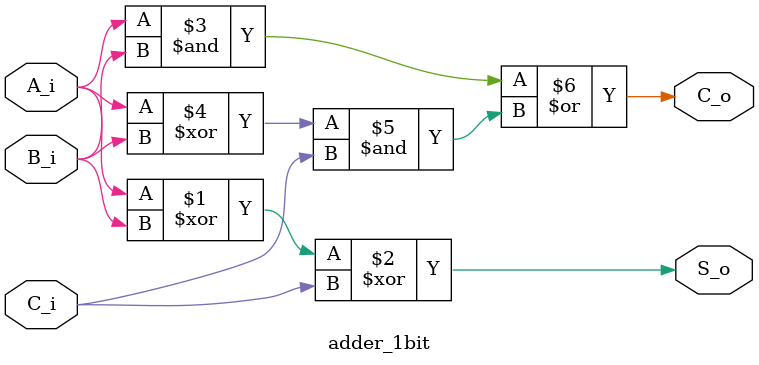
<source format=v>

module add_sub_4bit (
    input  [3:0] A_i, B_i,
    input        add_sub, // 0: add, 1: sub -> sub일때 ~B_i + 1(C_w[0])로 2의 보수형태로 바뀜
    output [3:0] S_o,
    output       C_o, N_o, Z_o, V_o
);

    wire [4:0] C_w;
    wire [3:0] B_w;

    assign C_w[0] = add_sub;
    assign B_w    = add_sub ? ~B_i : B_i;

    adder_4bit adder (
        .A_i (A_i),
        .B_i (B_w),
        .C_i (C_w[0]),
        .S_o (S_o),
        .C_o (C_o),
        .N_o (N_o),
        .Z_o (Z_o),
        .V_o (V_o)
        
    );

endmodule


module adder_4bit (
    input   [3:0] A_i, B_i,
    input         C_i,
    output  [3:0] S_o,
    output        C_o, N_o, Z_o, V_o
);

    wire    [4:0] C_w;

    assign C_w[0] = C_i;
    assign C_o    = C_w[4];
    assign N_o    = S_o[3];
    assign Z_o    = (S_o == 4'b0000);
    assign V_o    = C_o ^ C_w[3];


    adder_1bit bit0 (
        .A_i (A_i[0]),
        .B_i (B_i[0]),
        .C_i (C_w[0]),
        .S_o (S_o[0]),
        .C_o (C_w[1])
    );

    adder_1bit bit1 (
        .A_i (A_i[1]),
        .B_i (B_i[1]),
        .C_i (C_w[1]),
        .S_o (S_o[1]),
        .C_o (C_w[2])
    );

    adder_1bit bit2 (
        .A_i (A_i[2]),
        .B_i (B_i[2]),
        .C_i (C_w[2]),
        .S_o (S_o[2]),
        .C_o (C_w[3])
    );

    adder_1bit bit3 (
        .A_i (A_i[3]),
        .B_i (B_i[3]),
        .C_i (C_w[3]),
        .S_o (S_o[3]),
        .C_o (C_w[4])
    );

endmodule


module adder_1bit (
    input  A_i, B_i,
    input  C_i,
    output S_o, C_o
);
    assign S_o = A_i ^ B_i ^ C_i;
    assign C_o = (A_i & B_i) | ((A_i ^ B_i) & C_i);

endmodule
</source>
